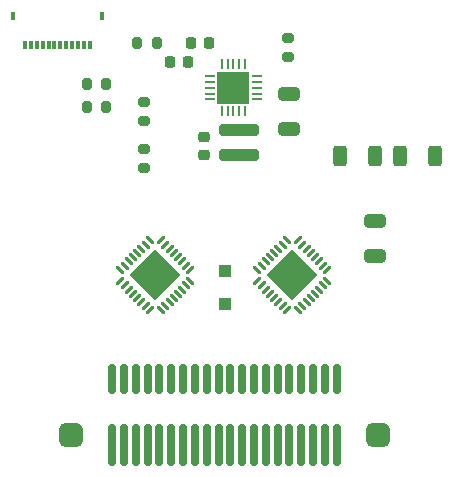
<source format=gts>
G04 #@! TF.GenerationSoftware,KiCad,Pcbnew,(6.0.5)*
G04 #@! TF.CreationDate,2022-06-13T12:49:50+02:00*
G04 #@! TF.ProjectId,optacon,6f707461-636f-46e2-9e6b-696361645f70,rev?*
G04 #@! TF.SameCoordinates,Original*
G04 #@! TF.FileFunction,Soldermask,Top*
G04 #@! TF.FilePolarity,Negative*
%FSLAX46Y46*%
G04 Gerber Fmt 4.6, Leading zero omitted, Abs format (unit mm)*
G04 Created by KiCad (PCBNEW (6.0.5)) date 2022-06-13 12:49:50*
%MOMM*%
%LPD*%
G01*
G04 APERTURE LIST*
G04 Aperture macros list*
%AMRoundRect*
0 Rectangle with rounded corners*
0 $1 Rounding radius*
0 $2 $3 $4 $5 $6 $7 $8 $9 X,Y pos of 4 corners*
0 Add a 4 corners polygon primitive as box body*
4,1,4,$2,$3,$4,$5,$6,$7,$8,$9,$2,$3,0*
0 Add four circle primitives for the rounded corners*
1,1,$1+$1,$2,$3*
1,1,$1+$1,$4,$5*
1,1,$1+$1,$6,$7*
1,1,$1+$1,$8,$9*
0 Add four rect primitives between the rounded corners*
20,1,$1+$1,$2,$3,$4,$5,0*
20,1,$1+$1,$4,$5,$6,$7,0*
20,1,$1+$1,$6,$7,$8,$9,0*
20,1,$1+$1,$8,$9,$2,$3,0*%
%AMRotRect*
0 Rectangle, with rotation*
0 The origin of the aperture is its center*
0 $1 length*
0 $2 width*
0 $3 Rotation angle, in degrees counterclockwise*
0 Add horizontal line*
21,1,$1,$2,0,0,$3*%
G04 Aperture macros list end*
%ADD10RoundRect,0.250000X0.650000X-0.325000X0.650000X0.325000X-0.650000X0.325000X-0.650000X-0.325000X0*%
%ADD11RoundRect,0.150000X-0.150000X-1.100000X0.150000X-1.100000X0.150000X1.100000X-0.150000X1.100000X0*%
%ADD12RoundRect,0.150000X-0.150000X-1.600000X0.150000X-1.600000X0.150000X1.600000X-0.150000X1.600000X0*%
%ADD13RoundRect,0.500000X-0.500000X-0.500000X0.500000X-0.500000X0.500000X0.500000X-0.500000X0.500000X0*%
%ADD14RoundRect,0.250000X-0.312500X-0.625000X0.312500X-0.625000X0.312500X0.625000X-0.312500X0.625000X0*%
%ADD15RoundRect,0.250000X0.312500X0.625000X-0.312500X0.625000X-0.312500X-0.625000X0.312500X-0.625000X0*%
%ADD16RoundRect,0.200000X-0.200000X-0.275000X0.200000X-0.275000X0.200000X0.275000X-0.200000X0.275000X0*%
%ADD17RoundRect,0.062500X-0.220971X-0.309359X0.309359X0.220971X0.220971X0.309359X-0.309359X-0.220971X0*%
%ADD18RoundRect,0.062500X0.220971X-0.309359X0.309359X-0.220971X-0.220971X0.309359X-0.309359X0.220971X0*%
%ADD19RotRect,3.100000X3.100000X45.000000*%
%ADD20RotRect,3.100000X3.100000X135.000000*%
%ADD21RoundRect,0.062500X0.309359X0.220971X0.220971X0.309359X-0.309359X-0.220971X-0.220971X-0.309359X0*%
%ADD22RoundRect,0.062500X0.309359X-0.220971X-0.220971X0.309359X-0.309359X0.220971X0.220971X-0.309359X0*%
%ADD23RoundRect,0.200000X0.275000X-0.200000X0.275000X0.200000X-0.275000X0.200000X-0.275000X-0.200000X0*%
%ADD24RoundRect,0.062500X-0.350000X-0.062500X0.350000X-0.062500X0.350000X0.062500X-0.350000X0.062500X0*%
%ADD25RoundRect,0.062500X-0.062500X-0.350000X0.062500X-0.350000X0.062500X0.350000X-0.062500X0.350000X0*%
%ADD26R,2.700000X2.700000*%
%ADD27RoundRect,0.200000X-0.275000X0.200000X-0.275000X-0.200000X0.275000X-0.200000X0.275000X0.200000X0*%
%ADD28RoundRect,0.225000X0.225000X0.250000X-0.225000X0.250000X-0.225000X-0.250000X0.225000X-0.250000X0*%
%ADD29RoundRect,0.250000X-0.650000X0.325000X-0.650000X-0.325000X0.650000X-0.325000X0.650000X0.325000X0*%
%ADD30R,1.100000X1.100000*%
%ADD31R,0.400000X0.800000*%
%ADD32R,0.300000X0.800000*%
%ADD33RoundRect,0.225000X0.250000X-0.225000X0.250000X0.225000X-0.250000X0.225000X-0.250000X-0.225000X0*%
%ADD34RoundRect,0.200000X0.200000X0.275000X-0.200000X0.275000X-0.200000X-0.275000X0.200000X-0.275000X0*%
%ADD35RoundRect,0.250000X1.450000X-0.250000X1.450000X0.250000X-1.450000X0.250000X-1.450000X-0.250000X0*%
G04 APERTURE END LIST*
D10*
X116900000Y-72375000D03*
X116900000Y-69425000D03*
D11*
X94640000Y-82750000D03*
X95640000Y-82750000D03*
X96640000Y-82750000D03*
X97640000Y-82750000D03*
X98640000Y-82750000D03*
X99640000Y-82750000D03*
X100640000Y-82750000D03*
X101640000Y-82750000D03*
X102640000Y-82750000D03*
X103640000Y-82750000D03*
X104640000Y-82750000D03*
X105640000Y-82750000D03*
X106640000Y-82750000D03*
X107640000Y-82750000D03*
X108640000Y-82750000D03*
X109640000Y-82750000D03*
X110640000Y-82750000D03*
X111640000Y-82750000D03*
X112640000Y-82750000D03*
X113640000Y-82750000D03*
D12*
X110640000Y-88350000D03*
X102640000Y-88350000D03*
X99640000Y-88350000D03*
X113640000Y-88350000D03*
D13*
X117140000Y-87500000D03*
D12*
X108640000Y-88350000D03*
X97640000Y-88350000D03*
D13*
X91140000Y-87500000D03*
D12*
X100640000Y-88350000D03*
X111640000Y-88350000D03*
X98640000Y-88350000D03*
X94640000Y-88350000D03*
X104640000Y-88350000D03*
X96640000Y-88350000D03*
X107640000Y-88350000D03*
X109640000Y-88350000D03*
X106640000Y-88350000D03*
X112640000Y-88350000D03*
X103640000Y-88350000D03*
X105640000Y-88350000D03*
X101640000Y-88350000D03*
X95640000Y-88350000D03*
D14*
X116862500Y-63900000D03*
X113937500Y-63900000D03*
D15*
X119037500Y-63900000D03*
X121962500Y-63900000D03*
D16*
X96775000Y-54300000D03*
X98425000Y-54300000D03*
D17*
X95338990Y-74486136D03*
X95692544Y-74839689D03*
X96046097Y-75193243D03*
X96399651Y-75546796D03*
X96753204Y-75900349D03*
X97106757Y-76253903D03*
X97460311Y-76607456D03*
X97813864Y-76961010D03*
D18*
X98786136Y-76961010D03*
X99139689Y-76607456D03*
X99493243Y-76253903D03*
X99846796Y-75900349D03*
X100200349Y-75546796D03*
X100553903Y-75193243D03*
X100907456Y-74839689D03*
X101261010Y-74486136D03*
D17*
X101261010Y-73513864D03*
X100907456Y-73160311D03*
X100553903Y-72806757D03*
X100200349Y-72453204D03*
X99846796Y-72099651D03*
X99493243Y-71746097D03*
X99139689Y-71392544D03*
X98786136Y-71038990D03*
D18*
X97813864Y-71038990D03*
X97460311Y-71392544D03*
X97106757Y-71746097D03*
X96753204Y-72099651D03*
X96399651Y-72453204D03*
X96046097Y-72806757D03*
X95692544Y-73160311D03*
X95338990Y-73513864D03*
D19*
X98300000Y-74000000D03*
D20*
X109900000Y-74000000D03*
D21*
X109413864Y-76961010D03*
X109060311Y-76607456D03*
X108706757Y-76253903D03*
X108353204Y-75900349D03*
X107999651Y-75546796D03*
X107646097Y-75193243D03*
X107292544Y-74839689D03*
X106938990Y-74486136D03*
D22*
X106938990Y-73513864D03*
X107292544Y-73160311D03*
X107646097Y-72806757D03*
X107999651Y-72453204D03*
X108353204Y-72099651D03*
X108706757Y-71746097D03*
X109060311Y-71392544D03*
X109413864Y-71038990D03*
D21*
X110386136Y-71038990D03*
X110739689Y-71392544D03*
X111093243Y-71746097D03*
X111446796Y-72099651D03*
X111800349Y-72453204D03*
X112153903Y-72806757D03*
X112507456Y-73160311D03*
X112861010Y-73513864D03*
D22*
X112861010Y-74486136D03*
X112507456Y-74839689D03*
X112153903Y-75193243D03*
X111800349Y-75546796D03*
X111446796Y-75900349D03*
X111093243Y-76253903D03*
X110739689Y-76607456D03*
X110386136Y-76961010D03*
D23*
X109500000Y-55525000D03*
X109500000Y-53875000D03*
D24*
X102937500Y-57100000D03*
X102937500Y-57600000D03*
X102937500Y-58100000D03*
X102937500Y-58600000D03*
X102937500Y-59100000D03*
D25*
X103900000Y-60062500D03*
X104400000Y-60062500D03*
X104900000Y-60062500D03*
X105400000Y-60062500D03*
X105900000Y-60062500D03*
D24*
X106862500Y-59100000D03*
X106862500Y-58600000D03*
X106862500Y-58100000D03*
X106862500Y-57600000D03*
X106862500Y-57100000D03*
D25*
X105900000Y-56137500D03*
X105400000Y-56137500D03*
X104900000Y-56137500D03*
X104400000Y-56137500D03*
X103900000Y-56137500D03*
D26*
X104900000Y-58100000D03*
D27*
X97300000Y-60925000D03*
X97300000Y-59275000D03*
D28*
X102875000Y-54300000D03*
X101325000Y-54300000D03*
D29*
X109600000Y-58625000D03*
X109600000Y-61575000D03*
D30*
X104200000Y-76400000D03*
X104200000Y-73600000D03*
D31*
X93750000Y-52000000D03*
X86250000Y-52000000D03*
D32*
X92750000Y-54500000D03*
X92250000Y-54500000D03*
X91750000Y-54500000D03*
X91250000Y-54500000D03*
X90750000Y-54500000D03*
X90250000Y-54500000D03*
X89750000Y-54500000D03*
X89250000Y-54500000D03*
X88750000Y-54500000D03*
X88250000Y-54500000D03*
X87750000Y-54500000D03*
X87250000Y-54500000D03*
D28*
X99525000Y-55900000D03*
X101075000Y-55900000D03*
D33*
X102400000Y-62250000D03*
X102400000Y-63800000D03*
D16*
X92475000Y-59700000D03*
X94125000Y-59700000D03*
D34*
X94125000Y-57800000D03*
X92475000Y-57800000D03*
D35*
X105400000Y-63800000D03*
X105400000Y-61700000D03*
D23*
X97300000Y-63275000D03*
X97300000Y-64925000D03*
M02*

</source>
